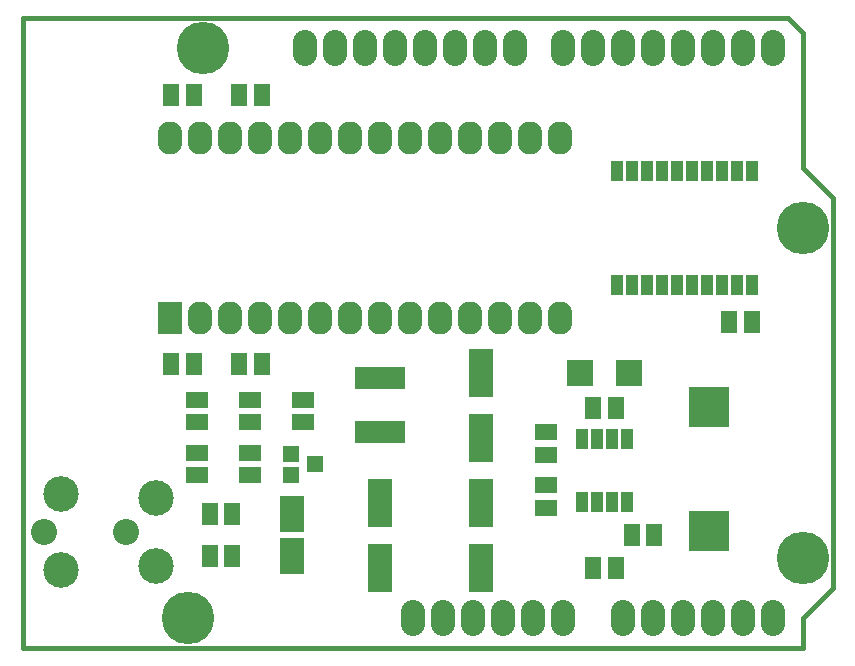
<source format=gts>
G04 (created by PCBNEW-RS274X (2012-01-10 BZR 3351)-testing) date Lørdag '28en' 28. Juli 2012 13.38.29*
G01*
G70*
G90*
%MOIN*%
G04 Gerber Fmt 3.4, Leading zero omitted, Abs format*
%FSLAX34Y34*%
G04 APERTURE LIST*
%ADD10C,0.006000*%
%ADD11C,0.015000*%
%ADD12R,0.056000X0.056000*%
%ADD13R,0.040000X0.065000*%
%ADD14R,0.040000X0.070000*%
%ADD15R,0.170000X0.075000*%
%ADD16R,0.055000X0.075000*%
%ADD17R,0.075000X0.055000*%
%ADD18R,0.082000X0.110000*%
%ADD19O,0.082000X0.110000*%
%ADD20R,0.090800X0.086900*%
%ADD21O,0.080000X0.120000*%
%ADD22C,0.175000*%
%ADD23R,0.083000X0.161700*%
%ADD24R,0.083000X0.122400*%
%ADD25R,0.138100X0.138100*%
%ADD26C,0.118400*%
%ADD27C,0.086900*%
G04 APERTURE END LIST*
G54D10*
G54D11*
X24300Y-38700D02*
X24300Y-17700D01*
X50300Y-38700D02*
X24300Y-38700D01*
X50300Y-37700D02*
X50300Y-38700D01*
X51300Y-36700D02*
X50300Y-37700D01*
X51300Y-23700D02*
X51300Y-36700D01*
X50300Y-22700D02*
X51300Y-23700D01*
X50300Y-18200D02*
X50300Y-22700D01*
X49800Y-17700D02*
X50300Y-18200D01*
X24300Y-17700D02*
X49800Y-17700D01*
G54D12*
X33261Y-32929D03*
X33261Y-32229D03*
X34061Y-32579D03*
G54D13*
X44451Y-33826D03*
X44451Y-31726D03*
X43951Y-33826D03*
X43451Y-33826D03*
X42951Y-33826D03*
X43951Y-31726D03*
X43451Y-31726D03*
X42951Y-31726D03*
G54D14*
X44108Y-26605D03*
X44608Y-26605D03*
X45108Y-26605D03*
X45608Y-26605D03*
X46108Y-26605D03*
X46608Y-26605D03*
X47108Y-26605D03*
X47608Y-26605D03*
X48108Y-26605D03*
X48608Y-26605D03*
X48608Y-22805D03*
X48108Y-22805D03*
X47608Y-22805D03*
X47108Y-22805D03*
X46608Y-22805D03*
X46108Y-22805D03*
X45608Y-22805D03*
X45108Y-22805D03*
X44608Y-22805D03*
X44108Y-22805D03*
G54D15*
X36220Y-29711D03*
X36220Y-31511D03*
G54D16*
X29251Y-29232D03*
X30001Y-29232D03*
X43326Y-36024D03*
X44076Y-36024D03*
X44605Y-34941D03*
X45355Y-34941D03*
G54D17*
X41732Y-33287D03*
X41732Y-34037D03*
G54D16*
X31281Y-35630D03*
X30531Y-35630D03*
G54D17*
X41732Y-31515D03*
X41732Y-32265D03*
X30118Y-32204D03*
X30118Y-32954D03*
X30118Y-31182D03*
X30118Y-30432D03*
X33661Y-30432D03*
X33661Y-31182D03*
X31890Y-31182D03*
X31890Y-30432D03*
G54D16*
X31515Y-29232D03*
X32265Y-29232D03*
X48603Y-27854D03*
X47853Y-27854D03*
X32265Y-20276D03*
X31515Y-20276D03*
X29251Y-20276D03*
X30001Y-20276D03*
X43326Y-30709D03*
X44076Y-30709D03*
G54D17*
X31890Y-32204D03*
X31890Y-32954D03*
G54D16*
X31281Y-34252D03*
X30531Y-34252D03*
G54D18*
X29228Y-27705D03*
G54D19*
X30228Y-27705D03*
X31228Y-27705D03*
X32228Y-27705D03*
X33228Y-27705D03*
X34228Y-27705D03*
X35228Y-27705D03*
X36228Y-27705D03*
X37228Y-27705D03*
X38228Y-27705D03*
X39228Y-27705D03*
X40228Y-27705D03*
X41228Y-27705D03*
X42228Y-27705D03*
X42228Y-21705D03*
X41228Y-21705D03*
X40228Y-21705D03*
X39228Y-21705D03*
X38228Y-21705D03*
X37228Y-21705D03*
X36228Y-21705D03*
X35228Y-21705D03*
X34228Y-21705D03*
X33228Y-21705D03*
X32228Y-21705D03*
X31228Y-21705D03*
X30228Y-21705D03*
X29228Y-21705D03*
G54D20*
X44508Y-29528D03*
X42894Y-29528D03*
G54D21*
X49300Y-37700D03*
X48300Y-37700D03*
X47300Y-37700D03*
X44300Y-37700D03*
X45300Y-37700D03*
X46300Y-37700D03*
X42300Y-37700D03*
X41300Y-37700D03*
X40300Y-37700D03*
X38300Y-37700D03*
X37300Y-37700D03*
X49300Y-18700D03*
X48300Y-18700D03*
X47300Y-18700D03*
X46300Y-18700D03*
X45300Y-18700D03*
X44300Y-18700D03*
X43300Y-18700D03*
X42300Y-18700D03*
X40700Y-18700D03*
X39700Y-18700D03*
X38700Y-18700D03*
X37700Y-18700D03*
X36700Y-18700D03*
X35700Y-18700D03*
X34700Y-18700D03*
X33700Y-18700D03*
X39300Y-37700D03*
G54D22*
X50300Y-35700D03*
X50300Y-24700D03*
X30300Y-18700D03*
X29800Y-37700D03*
G54D23*
X39567Y-29528D03*
X39567Y-31694D03*
X36220Y-33858D03*
X36220Y-36024D03*
G54D24*
X33268Y-34232D03*
X33268Y-35650D03*
G54D23*
X39567Y-36024D03*
X39567Y-33858D03*
G54D25*
X47195Y-30660D03*
X47195Y-34794D03*
G54D26*
X28740Y-33701D03*
X25590Y-33583D03*
X25590Y-36103D03*
X28740Y-35985D03*
G54D27*
X25000Y-34843D03*
X27756Y-34843D03*
M02*

</source>
